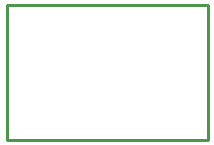
<source format=gko>
G04 ---------------------------- Layer name :KeepOutLayer*
G04 EasyEDA v5.8.22, Fri, 11 Jan 2019 07:15:20 GMT*
G04 e7f6ecffdef140e2b453e7abaca3b96b*
G04 Gerber Generator version 0.2*
G04 Scale: 100 percent, Rotated: No, Reflected: No *
G04 Dimensions in millimeters *
G04 leading zeros omitted , absolute positions ,3 integer and 3 decimal *
%FSLAX33Y33*%
%MOMM*%
G90*
G71D02*

%ADD10C,0.254000*%
G54D10*
G01X0Y11430D02*
G01X17018Y11430D01*
G01X17018Y0D01*
G01X0Y0D01*
G01X0Y11430D01*

%LPD*%
M00*
M02*

</source>
